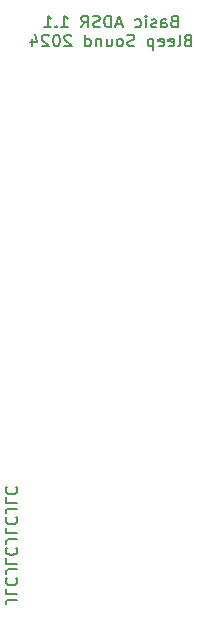
<source format=gbo>
G04 #@! TF.GenerationSoftware,KiCad,Pcbnew,7.0.7-7.0.7~ubuntu22.04.1*
G04 #@! TF.CreationDate,2024-01-01T18:28:44+01:00*
G04 #@! TF.ProjectId,Basic-ADSR,42617369-632d-4414-9453-522e6b696361,rev?*
G04 #@! TF.SameCoordinates,Original*
G04 #@! TF.FileFunction,Legend,Bot*
G04 #@! TF.FilePolarity,Positive*
%FSLAX46Y46*%
G04 Gerber Fmt 4.6, Leading zero omitted, Abs format (unit mm)*
G04 Created by KiCad (PCBNEW 7.0.7-7.0.7~ubuntu22.04.1) date 2024-01-01 18:28:44*
%MOMM*%
%LPD*%
G01*
G04 APERTURE LIST*
%ADD10C,0.150000*%
%ADD11C,0.100000*%
%ADD12O,6.700000X4.200000*%
G04 APERTURE END LIST*
D10*
X104809523Y-31626009D02*
X104666666Y-31673628D01*
X104666666Y-31673628D02*
X104619047Y-31721247D01*
X104619047Y-31721247D02*
X104571428Y-31816485D01*
X104571428Y-31816485D02*
X104571428Y-31959342D01*
X104571428Y-31959342D02*
X104619047Y-32054580D01*
X104619047Y-32054580D02*
X104666666Y-32102200D01*
X104666666Y-32102200D02*
X104761904Y-32149819D01*
X104761904Y-32149819D02*
X105142856Y-32149819D01*
X105142856Y-32149819D02*
X105142856Y-31149819D01*
X105142856Y-31149819D02*
X104809523Y-31149819D01*
X104809523Y-31149819D02*
X104714285Y-31197438D01*
X104714285Y-31197438D02*
X104666666Y-31245057D01*
X104666666Y-31245057D02*
X104619047Y-31340295D01*
X104619047Y-31340295D02*
X104619047Y-31435533D01*
X104619047Y-31435533D02*
X104666666Y-31530771D01*
X104666666Y-31530771D02*
X104714285Y-31578390D01*
X104714285Y-31578390D02*
X104809523Y-31626009D01*
X104809523Y-31626009D02*
X105142856Y-31626009D01*
X103714285Y-32149819D02*
X103714285Y-31626009D01*
X103714285Y-31626009D02*
X103761904Y-31530771D01*
X103761904Y-31530771D02*
X103857142Y-31483152D01*
X103857142Y-31483152D02*
X104047618Y-31483152D01*
X104047618Y-31483152D02*
X104142856Y-31530771D01*
X103714285Y-32102200D02*
X103809523Y-32149819D01*
X103809523Y-32149819D02*
X104047618Y-32149819D01*
X104047618Y-32149819D02*
X104142856Y-32102200D01*
X104142856Y-32102200D02*
X104190475Y-32006961D01*
X104190475Y-32006961D02*
X104190475Y-31911723D01*
X104190475Y-31911723D02*
X104142856Y-31816485D01*
X104142856Y-31816485D02*
X104047618Y-31768866D01*
X104047618Y-31768866D02*
X103809523Y-31768866D01*
X103809523Y-31768866D02*
X103714285Y-31721247D01*
X103285713Y-32102200D02*
X103190475Y-32149819D01*
X103190475Y-32149819D02*
X102999999Y-32149819D01*
X102999999Y-32149819D02*
X102904761Y-32102200D01*
X102904761Y-32102200D02*
X102857142Y-32006961D01*
X102857142Y-32006961D02*
X102857142Y-31959342D01*
X102857142Y-31959342D02*
X102904761Y-31864104D01*
X102904761Y-31864104D02*
X102999999Y-31816485D01*
X102999999Y-31816485D02*
X103142856Y-31816485D01*
X103142856Y-31816485D02*
X103238094Y-31768866D01*
X103238094Y-31768866D02*
X103285713Y-31673628D01*
X103285713Y-31673628D02*
X103285713Y-31626009D01*
X103285713Y-31626009D02*
X103238094Y-31530771D01*
X103238094Y-31530771D02*
X103142856Y-31483152D01*
X103142856Y-31483152D02*
X102999999Y-31483152D01*
X102999999Y-31483152D02*
X102904761Y-31530771D01*
X102428570Y-32149819D02*
X102428570Y-31483152D01*
X102428570Y-31149819D02*
X102476189Y-31197438D01*
X102476189Y-31197438D02*
X102428570Y-31245057D01*
X102428570Y-31245057D02*
X102380951Y-31197438D01*
X102380951Y-31197438D02*
X102428570Y-31149819D01*
X102428570Y-31149819D02*
X102428570Y-31245057D01*
X101523809Y-32102200D02*
X101619047Y-32149819D01*
X101619047Y-32149819D02*
X101809523Y-32149819D01*
X101809523Y-32149819D02*
X101904761Y-32102200D01*
X101904761Y-32102200D02*
X101952380Y-32054580D01*
X101952380Y-32054580D02*
X101999999Y-31959342D01*
X101999999Y-31959342D02*
X101999999Y-31673628D01*
X101999999Y-31673628D02*
X101952380Y-31578390D01*
X101952380Y-31578390D02*
X101904761Y-31530771D01*
X101904761Y-31530771D02*
X101809523Y-31483152D01*
X101809523Y-31483152D02*
X101619047Y-31483152D01*
X101619047Y-31483152D02*
X101523809Y-31530771D01*
X100380951Y-31864104D02*
X99904761Y-31864104D01*
X100476189Y-32149819D02*
X100142856Y-31149819D01*
X100142856Y-31149819D02*
X99809523Y-32149819D01*
X99476189Y-32149819D02*
X99476189Y-31149819D01*
X99476189Y-31149819D02*
X99238094Y-31149819D01*
X99238094Y-31149819D02*
X99095237Y-31197438D01*
X99095237Y-31197438D02*
X98999999Y-31292676D01*
X98999999Y-31292676D02*
X98952380Y-31387914D01*
X98952380Y-31387914D02*
X98904761Y-31578390D01*
X98904761Y-31578390D02*
X98904761Y-31721247D01*
X98904761Y-31721247D02*
X98952380Y-31911723D01*
X98952380Y-31911723D02*
X98999999Y-32006961D01*
X98999999Y-32006961D02*
X99095237Y-32102200D01*
X99095237Y-32102200D02*
X99238094Y-32149819D01*
X99238094Y-32149819D02*
X99476189Y-32149819D01*
X98523808Y-32102200D02*
X98380951Y-32149819D01*
X98380951Y-32149819D02*
X98142856Y-32149819D01*
X98142856Y-32149819D02*
X98047618Y-32102200D01*
X98047618Y-32102200D02*
X97999999Y-32054580D01*
X97999999Y-32054580D02*
X97952380Y-31959342D01*
X97952380Y-31959342D02*
X97952380Y-31864104D01*
X97952380Y-31864104D02*
X97999999Y-31768866D01*
X97999999Y-31768866D02*
X98047618Y-31721247D01*
X98047618Y-31721247D02*
X98142856Y-31673628D01*
X98142856Y-31673628D02*
X98333332Y-31626009D01*
X98333332Y-31626009D02*
X98428570Y-31578390D01*
X98428570Y-31578390D02*
X98476189Y-31530771D01*
X98476189Y-31530771D02*
X98523808Y-31435533D01*
X98523808Y-31435533D02*
X98523808Y-31340295D01*
X98523808Y-31340295D02*
X98476189Y-31245057D01*
X98476189Y-31245057D02*
X98428570Y-31197438D01*
X98428570Y-31197438D02*
X98333332Y-31149819D01*
X98333332Y-31149819D02*
X98095237Y-31149819D01*
X98095237Y-31149819D02*
X97952380Y-31197438D01*
X96952380Y-32149819D02*
X97285713Y-31673628D01*
X97523808Y-32149819D02*
X97523808Y-31149819D01*
X97523808Y-31149819D02*
X97142856Y-31149819D01*
X97142856Y-31149819D02*
X97047618Y-31197438D01*
X97047618Y-31197438D02*
X96999999Y-31245057D01*
X96999999Y-31245057D02*
X96952380Y-31340295D01*
X96952380Y-31340295D02*
X96952380Y-31483152D01*
X96952380Y-31483152D02*
X96999999Y-31578390D01*
X96999999Y-31578390D02*
X97047618Y-31626009D01*
X97047618Y-31626009D02*
X97142856Y-31673628D01*
X97142856Y-31673628D02*
X97523808Y-31673628D01*
X95238094Y-32149819D02*
X95809522Y-32149819D01*
X95523808Y-32149819D02*
X95523808Y-31149819D01*
X95523808Y-31149819D02*
X95619046Y-31292676D01*
X95619046Y-31292676D02*
X95714284Y-31387914D01*
X95714284Y-31387914D02*
X95809522Y-31435533D01*
X94809522Y-32054580D02*
X94761903Y-32102200D01*
X94761903Y-32102200D02*
X94809522Y-32149819D01*
X94809522Y-32149819D02*
X94857141Y-32102200D01*
X94857141Y-32102200D02*
X94809522Y-32054580D01*
X94809522Y-32054580D02*
X94809522Y-32149819D01*
X93809523Y-32149819D02*
X94380951Y-32149819D01*
X94095237Y-32149819D02*
X94095237Y-31149819D01*
X94095237Y-31149819D02*
X94190475Y-31292676D01*
X94190475Y-31292676D02*
X94285713Y-31387914D01*
X94285713Y-31387914D02*
X94380951Y-31435533D01*
X105952381Y-33236009D02*
X105809524Y-33283628D01*
X105809524Y-33283628D02*
X105761905Y-33331247D01*
X105761905Y-33331247D02*
X105714286Y-33426485D01*
X105714286Y-33426485D02*
X105714286Y-33569342D01*
X105714286Y-33569342D02*
X105761905Y-33664580D01*
X105761905Y-33664580D02*
X105809524Y-33712200D01*
X105809524Y-33712200D02*
X105904762Y-33759819D01*
X105904762Y-33759819D02*
X106285714Y-33759819D01*
X106285714Y-33759819D02*
X106285714Y-32759819D01*
X106285714Y-32759819D02*
X105952381Y-32759819D01*
X105952381Y-32759819D02*
X105857143Y-32807438D01*
X105857143Y-32807438D02*
X105809524Y-32855057D01*
X105809524Y-32855057D02*
X105761905Y-32950295D01*
X105761905Y-32950295D02*
X105761905Y-33045533D01*
X105761905Y-33045533D02*
X105809524Y-33140771D01*
X105809524Y-33140771D02*
X105857143Y-33188390D01*
X105857143Y-33188390D02*
X105952381Y-33236009D01*
X105952381Y-33236009D02*
X106285714Y-33236009D01*
X105142857Y-33759819D02*
X105238095Y-33712200D01*
X105238095Y-33712200D02*
X105285714Y-33616961D01*
X105285714Y-33616961D02*
X105285714Y-32759819D01*
X104380952Y-33712200D02*
X104476190Y-33759819D01*
X104476190Y-33759819D02*
X104666666Y-33759819D01*
X104666666Y-33759819D02*
X104761904Y-33712200D01*
X104761904Y-33712200D02*
X104809523Y-33616961D01*
X104809523Y-33616961D02*
X104809523Y-33236009D01*
X104809523Y-33236009D02*
X104761904Y-33140771D01*
X104761904Y-33140771D02*
X104666666Y-33093152D01*
X104666666Y-33093152D02*
X104476190Y-33093152D01*
X104476190Y-33093152D02*
X104380952Y-33140771D01*
X104380952Y-33140771D02*
X104333333Y-33236009D01*
X104333333Y-33236009D02*
X104333333Y-33331247D01*
X104333333Y-33331247D02*
X104809523Y-33426485D01*
X103523809Y-33712200D02*
X103619047Y-33759819D01*
X103619047Y-33759819D02*
X103809523Y-33759819D01*
X103809523Y-33759819D02*
X103904761Y-33712200D01*
X103904761Y-33712200D02*
X103952380Y-33616961D01*
X103952380Y-33616961D02*
X103952380Y-33236009D01*
X103952380Y-33236009D02*
X103904761Y-33140771D01*
X103904761Y-33140771D02*
X103809523Y-33093152D01*
X103809523Y-33093152D02*
X103619047Y-33093152D01*
X103619047Y-33093152D02*
X103523809Y-33140771D01*
X103523809Y-33140771D02*
X103476190Y-33236009D01*
X103476190Y-33236009D02*
X103476190Y-33331247D01*
X103476190Y-33331247D02*
X103952380Y-33426485D01*
X103047618Y-33093152D02*
X103047618Y-34093152D01*
X103047618Y-33140771D02*
X102952380Y-33093152D01*
X102952380Y-33093152D02*
X102761904Y-33093152D01*
X102761904Y-33093152D02*
X102666666Y-33140771D01*
X102666666Y-33140771D02*
X102619047Y-33188390D01*
X102619047Y-33188390D02*
X102571428Y-33283628D01*
X102571428Y-33283628D02*
X102571428Y-33569342D01*
X102571428Y-33569342D02*
X102619047Y-33664580D01*
X102619047Y-33664580D02*
X102666666Y-33712200D01*
X102666666Y-33712200D02*
X102761904Y-33759819D01*
X102761904Y-33759819D02*
X102952380Y-33759819D01*
X102952380Y-33759819D02*
X103047618Y-33712200D01*
X101428570Y-33712200D02*
X101285713Y-33759819D01*
X101285713Y-33759819D02*
X101047618Y-33759819D01*
X101047618Y-33759819D02*
X100952380Y-33712200D01*
X100952380Y-33712200D02*
X100904761Y-33664580D01*
X100904761Y-33664580D02*
X100857142Y-33569342D01*
X100857142Y-33569342D02*
X100857142Y-33474104D01*
X100857142Y-33474104D02*
X100904761Y-33378866D01*
X100904761Y-33378866D02*
X100952380Y-33331247D01*
X100952380Y-33331247D02*
X101047618Y-33283628D01*
X101047618Y-33283628D02*
X101238094Y-33236009D01*
X101238094Y-33236009D02*
X101333332Y-33188390D01*
X101333332Y-33188390D02*
X101380951Y-33140771D01*
X101380951Y-33140771D02*
X101428570Y-33045533D01*
X101428570Y-33045533D02*
X101428570Y-32950295D01*
X101428570Y-32950295D02*
X101380951Y-32855057D01*
X101380951Y-32855057D02*
X101333332Y-32807438D01*
X101333332Y-32807438D02*
X101238094Y-32759819D01*
X101238094Y-32759819D02*
X100999999Y-32759819D01*
X100999999Y-32759819D02*
X100857142Y-32807438D01*
X100285713Y-33759819D02*
X100380951Y-33712200D01*
X100380951Y-33712200D02*
X100428570Y-33664580D01*
X100428570Y-33664580D02*
X100476189Y-33569342D01*
X100476189Y-33569342D02*
X100476189Y-33283628D01*
X100476189Y-33283628D02*
X100428570Y-33188390D01*
X100428570Y-33188390D02*
X100380951Y-33140771D01*
X100380951Y-33140771D02*
X100285713Y-33093152D01*
X100285713Y-33093152D02*
X100142856Y-33093152D01*
X100142856Y-33093152D02*
X100047618Y-33140771D01*
X100047618Y-33140771D02*
X99999999Y-33188390D01*
X99999999Y-33188390D02*
X99952380Y-33283628D01*
X99952380Y-33283628D02*
X99952380Y-33569342D01*
X99952380Y-33569342D02*
X99999999Y-33664580D01*
X99999999Y-33664580D02*
X100047618Y-33712200D01*
X100047618Y-33712200D02*
X100142856Y-33759819D01*
X100142856Y-33759819D02*
X100285713Y-33759819D01*
X99095237Y-33093152D02*
X99095237Y-33759819D01*
X99523808Y-33093152D02*
X99523808Y-33616961D01*
X99523808Y-33616961D02*
X99476189Y-33712200D01*
X99476189Y-33712200D02*
X99380951Y-33759819D01*
X99380951Y-33759819D02*
X99238094Y-33759819D01*
X99238094Y-33759819D02*
X99142856Y-33712200D01*
X99142856Y-33712200D02*
X99095237Y-33664580D01*
X98619046Y-33093152D02*
X98619046Y-33759819D01*
X98619046Y-33188390D02*
X98571427Y-33140771D01*
X98571427Y-33140771D02*
X98476189Y-33093152D01*
X98476189Y-33093152D02*
X98333332Y-33093152D01*
X98333332Y-33093152D02*
X98238094Y-33140771D01*
X98238094Y-33140771D02*
X98190475Y-33236009D01*
X98190475Y-33236009D02*
X98190475Y-33759819D01*
X97285713Y-33759819D02*
X97285713Y-32759819D01*
X97285713Y-33712200D02*
X97380951Y-33759819D01*
X97380951Y-33759819D02*
X97571427Y-33759819D01*
X97571427Y-33759819D02*
X97666665Y-33712200D01*
X97666665Y-33712200D02*
X97714284Y-33664580D01*
X97714284Y-33664580D02*
X97761903Y-33569342D01*
X97761903Y-33569342D02*
X97761903Y-33283628D01*
X97761903Y-33283628D02*
X97714284Y-33188390D01*
X97714284Y-33188390D02*
X97666665Y-33140771D01*
X97666665Y-33140771D02*
X97571427Y-33093152D01*
X97571427Y-33093152D02*
X97380951Y-33093152D01*
X97380951Y-33093152D02*
X97285713Y-33140771D01*
X96095236Y-32855057D02*
X96047617Y-32807438D01*
X96047617Y-32807438D02*
X95952379Y-32759819D01*
X95952379Y-32759819D02*
X95714284Y-32759819D01*
X95714284Y-32759819D02*
X95619046Y-32807438D01*
X95619046Y-32807438D02*
X95571427Y-32855057D01*
X95571427Y-32855057D02*
X95523808Y-32950295D01*
X95523808Y-32950295D02*
X95523808Y-33045533D01*
X95523808Y-33045533D02*
X95571427Y-33188390D01*
X95571427Y-33188390D02*
X96142855Y-33759819D01*
X96142855Y-33759819D02*
X95523808Y-33759819D01*
X94904760Y-32759819D02*
X94809522Y-32759819D01*
X94809522Y-32759819D02*
X94714284Y-32807438D01*
X94714284Y-32807438D02*
X94666665Y-32855057D01*
X94666665Y-32855057D02*
X94619046Y-32950295D01*
X94619046Y-32950295D02*
X94571427Y-33140771D01*
X94571427Y-33140771D02*
X94571427Y-33378866D01*
X94571427Y-33378866D02*
X94619046Y-33569342D01*
X94619046Y-33569342D02*
X94666665Y-33664580D01*
X94666665Y-33664580D02*
X94714284Y-33712200D01*
X94714284Y-33712200D02*
X94809522Y-33759819D01*
X94809522Y-33759819D02*
X94904760Y-33759819D01*
X94904760Y-33759819D02*
X94999998Y-33712200D01*
X94999998Y-33712200D02*
X95047617Y-33664580D01*
X95047617Y-33664580D02*
X95095236Y-33569342D01*
X95095236Y-33569342D02*
X95142855Y-33378866D01*
X95142855Y-33378866D02*
X95142855Y-33140771D01*
X95142855Y-33140771D02*
X95095236Y-32950295D01*
X95095236Y-32950295D02*
X95047617Y-32855057D01*
X95047617Y-32855057D02*
X94999998Y-32807438D01*
X94999998Y-32807438D02*
X94904760Y-32759819D01*
X94190474Y-32855057D02*
X94142855Y-32807438D01*
X94142855Y-32807438D02*
X94047617Y-32759819D01*
X94047617Y-32759819D02*
X93809522Y-32759819D01*
X93809522Y-32759819D02*
X93714284Y-32807438D01*
X93714284Y-32807438D02*
X93666665Y-32855057D01*
X93666665Y-32855057D02*
X93619046Y-32950295D01*
X93619046Y-32950295D02*
X93619046Y-33045533D01*
X93619046Y-33045533D02*
X93666665Y-33188390D01*
X93666665Y-33188390D02*
X94238093Y-33759819D01*
X94238093Y-33759819D02*
X93619046Y-33759819D01*
X92761903Y-33093152D02*
X92761903Y-33759819D01*
X92999998Y-32712200D02*
X93238093Y-33426485D01*
X93238093Y-33426485D02*
X92619046Y-33426485D01*
X91545180Y-80619048D02*
X90830895Y-80619048D01*
X90830895Y-80619048D02*
X90688038Y-80666667D01*
X90688038Y-80666667D02*
X90592800Y-80761905D01*
X90592800Y-80761905D02*
X90545180Y-80904762D01*
X90545180Y-80904762D02*
X90545180Y-81000000D01*
X90545180Y-79666667D02*
X90545180Y-80142857D01*
X90545180Y-80142857D02*
X91545180Y-80142857D01*
X90640419Y-78761905D02*
X90592800Y-78809524D01*
X90592800Y-78809524D02*
X90545180Y-78952381D01*
X90545180Y-78952381D02*
X90545180Y-79047619D01*
X90545180Y-79047619D02*
X90592800Y-79190476D01*
X90592800Y-79190476D02*
X90688038Y-79285714D01*
X90688038Y-79285714D02*
X90783276Y-79333333D01*
X90783276Y-79333333D02*
X90973752Y-79380952D01*
X90973752Y-79380952D02*
X91116609Y-79380952D01*
X91116609Y-79380952D02*
X91307085Y-79333333D01*
X91307085Y-79333333D02*
X91402323Y-79285714D01*
X91402323Y-79285714D02*
X91497561Y-79190476D01*
X91497561Y-79190476D02*
X91545180Y-79047619D01*
X91545180Y-79047619D02*
X91545180Y-78952381D01*
X91545180Y-78952381D02*
X91497561Y-78809524D01*
X91497561Y-78809524D02*
X91449942Y-78761905D01*
X91545180Y-78047619D02*
X90830895Y-78047619D01*
X90830895Y-78047619D02*
X90688038Y-78095238D01*
X90688038Y-78095238D02*
X90592800Y-78190476D01*
X90592800Y-78190476D02*
X90545180Y-78333333D01*
X90545180Y-78333333D02*
X90545180Y-78428571D01*
X90545180Y-77095238D02*
X90545180Y-77571428D01*
X90545180Y-77571428D02*
X91545180Y-77571428D01*
X90640419Y-76190476D02*
X90592800Y-76238095D01*
X90592800Y-76238095D02*
X90545180Y-76380952D01*
X90545180Y-76380952D02*
X90545180Y-76476190D01*
X90545180Y-76476190D02*
X90592800Y-76619047D01*
X90592800Y-76619047D02*
X90688038Y-76714285D01*
X90688038Y-76714285D02*
X90783276Y-76761904D01*
X90783276Y-76761904D02*
X90973752Y-76809523D01*
X90973752Y-76809523D02*
X91116609Y-76809523D01*
X91116609Y-76809523D02*
X91307085Y-76761904D01*
X91307085Y-76761904D02*
X91402323Y-76714285D01*
X91402323Y-76714285D02*
X91497561Y-76619047D01*
X91497561Y-76619047D02*
X91545180Y-76476190D01*
X91545180Y-76476190D02*
X91545180Y-76380952D01*
X91545180Y-76380952D02*
X91497561Y-76238095D01*
X91497561Y-76238095D02*
X91449942Y-76190476D01*
X91545180Y-75476190D02*
X90830895Y-75476190D01*
X90830895Y-75476190D02*
X90688038Y-75523809D01*
X90688038Y-75523809D02*
X90592800Y-75619047D01*
X90592800Y-75619047D02*
X90545180Y-75761904D01*
X90545180Y-75761904D02*
X90545180Y-75857142D01*
X90545180Y-74523809D02*
X90545180Y-74999999D01*
X90545180Y-74999999D02*
X91545180Y-74999999D01*
X90640419Y-73619047D02*
X90592800Y-73666666D01*
X90592800Y-73666666D02*
X90545180Y-73809523D01*
X90545180Y-73809523D02*
X90545180Y-73904761D01*
X90545180Y-73904761D02*
X90592800Y-74047618D01*
X90592800Y-74047618D02*
X90688038Y-74142856D01*
X90688038Y-74142856D02*
X90783276Y-74190475D01*
X90783276Y-74190475D02*
X90973752Y-74238094D01*
X90973752Y-74238094D02*
X91116609Y-74238094D01*
X91116609Y-74238094D02*
X91307085Y-74190475D01*
X91307085Y-74190475D02*
X91402323Y-74142856D01*
X91402323Y-74142856D02*
X91497561Y-74047618D01*
X91497561Y-74047618D02*
X91545180Y-73904761D01*
X91545180Y-73904761D02*
X91545180Y-73809523D01*
X91545180Y-73809523D02*
X91497561Y-73666666D01*
X91497561Y-73666666D02*
X91449942Y-73619047D01*
X91545180Y-72904761D02*
X90830895Y-72904761D01*
X90830895Y-72904761D02*
X90688038Y-72952380D01*
X90688038Y-72952380D02*
X90592800Y-73047618D01*
X90592800Y-73047618D02*
X90545180Y-73190475D01*
X90545180Y-73190475D02*
X90545180Y-73285713D01*
X90545180Y-71952380D02*
X90545180Y-72428570D01*
X90545180Y-72428570D02*
X91545180Y-72428570D01*
X90640419Y-71047618D02*
X90592800Y-71095237D01*
X90592800Y-71095237D02*
X90545180Y-71238094D01*
X90545180Y-71238094D02*
X90545180Y-71333332D01*
X90545180Y-71333332D02*
X90592800Y-71476189D01*
X90592800Y-71476189D02*
X90688038Y-71571427D01*
X90688038Y-71571427D02*
X90783276Y-71619046D01*
X90783276Y-71619046D02*
X90973752Y-71666665D01*
X90973752Y-71666665D02*
X91116609Y-71666665D01*
X91116609Y-71666665D02*
X91307085Y-71619046D01*
X91307085Y-71619046D02*
X91402323Y-71571427D01*
X91402323Y-71571427D02*
X91497561Y-71476189D01*
X91497561Y-71476189D02*
X91545180Y-71333332D01*
X91545180Y-71333332D02*
X91545180Y-71238094D01*
X91545180Y-71238094D02*
X91497561Y-71095237D01*
X91497561Y-71095237D02*
X91449942Y-71047618D01*
%LPC*%
D11*
X97000000Y-143250000D02*
X92000000Y-143250000D01*
X92000000Y-138250000D01*
X97000000Y-138250000D01*
X97000000Y-143250000D01*
G36*
X97000000Y-143250000D02*
G01*
X92000000Y-143250000D01*
X92000000Y-138250000D01*
X97000000Y-138250000D01*
X97000000Y-143250000D01*
G37*
D12*
X104500000Y-27500000D03*
X94500000Y-150000000D03*
%LPD*%
M02*

</source>
